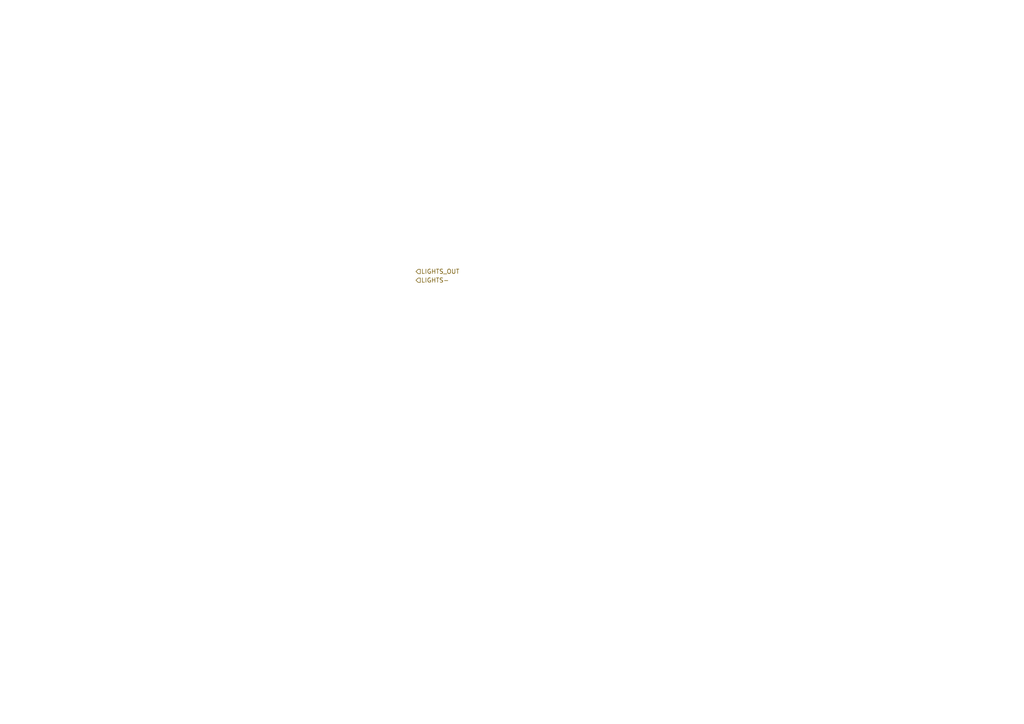
<source format=kicad_sch>
(kicad_sch (version 20211123) (generator eeschema)
  (paper "A4")
  (title_block (title "LV Subsystem interconnections") (date "2022-03-16") (rev "0.1") (company "Oxford University Racing") (comment 1 "Hugo Berg, Becky Hu, Lianfeng Shi") (comment 2 "Electronics team"))
  (lib_symbols)
  (hierarchical_label "LIGHTS_OUT" (shape input) (at 120.65 78.74 0))
  (hierarchical_label "LIGHTS-" (shape input) (at 120.65 81.28 0))
)
</source>
